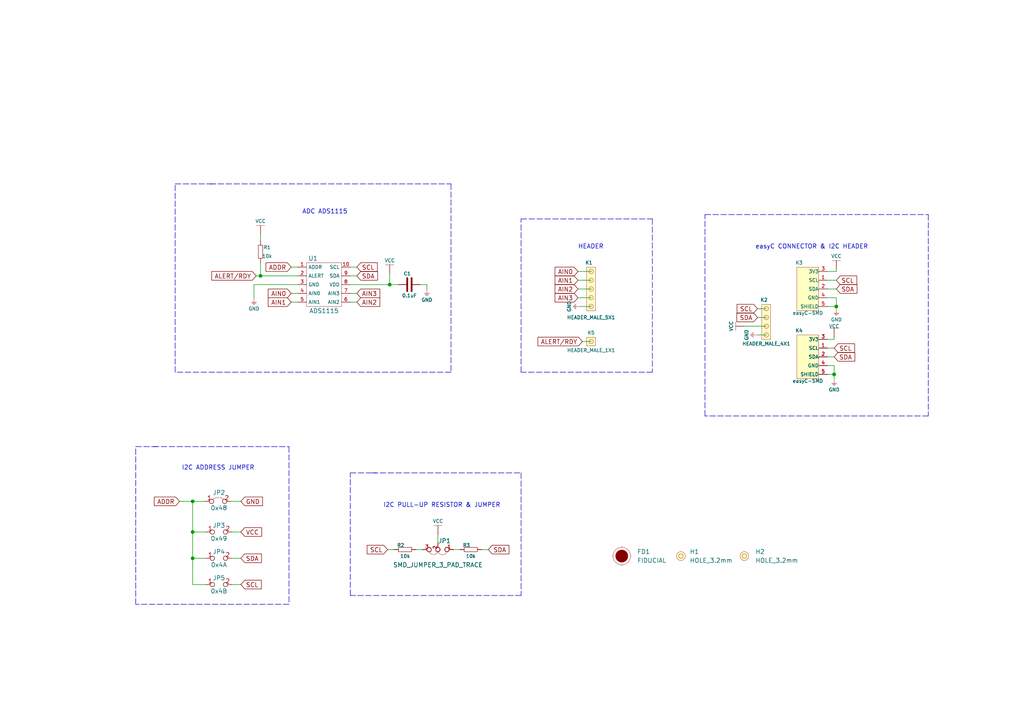
<source format=kicad_sch>
(kicad_sch (version 20210621) (generator eeschema)

  (uuid e17cdb65-091f-4382-af62-0b9fdd110fd6)

  (paper "A4")

  (title_block
    (title "4CH ADC breakout ADS1x15")
    (date "2021-07-01")
    (rev "V1.1.1.")
    (company "SOLDERED")
    (comment 1 "333094")
  )

  (lib_symbols
    (symbol "e-radionica.com schematics:0603C" (pin_numbers hide) (pin_names (offset 0.002)) (in_bom yes) (on_board yes)
      (property "Reference" "C" (id 0) (at -0.635 3.175 0)
        (effects (font (size 1 1)))
      )
      (property "Value" "0603C" (id 1) (at 0 -3.175 0)
        (effects (font (size 1 1)))
      )
      (property "Footprint" "e-radionica.com footprinti:0603C" (id 2) (at 0 0 0)
        (effects (font (size 1 1)) hide)
      )
      (property "Datasheet" "" (id 3) (at 0 0 0)
        (effects (font (size 1 1)) hide)
      )
      (symbol "0603C_0_1"
        (polyline
          (pts
            (xy -0.635 1.905)
            (xy -0.635 -1.905)
          )
          (stroke (width 0.5)) (fill (type none))
        )
        (polyline
          (pts
            (xy 0.635 1.905)
            (xy 0.635 -1.905)
          )
          (stroke (width 0.5)) (fill (type none))
        )
      )
      (symbol "0603C_1_1"
        (pin passive line (at -3.175 0 0) (length 2.54)
          (name "~" (effects (font (size 1.27 1.27))))
          (number "1" (effects (font (size 1.27 1.27))))
        )
        (pin passive line (at 3.175 0 180) (length 2.54)
          (name "~" (effects (font (size 1.27 1.27))))
          (number "2" (effects (font (size 1.27 1.27))))
        )
      )
    )
    (symbol "e-radionica.com schematics:0603R" (pin_numbers hide) (pin_names (offset 0.254)) (in_bom yes) (on_board yes)
      (property "Reference" "R" (id 0) (at -1.905 1.905 0)
        (effects (font (size 1 1)))
      )
      (property "Value" "0603R" (id 1) (at 0 -1.905 0)
        (effects (font (size 1 1)))
      )
      (property "Footprint" "e-radionica.com footprinti:0603R" (id 2) (at -0.635 1.905 0)
        (effects (font (size 1 1)) hide)
      )
      (property "Datasheet" "" (id 3) (at -0.635 1.905 0)
        (effects (font (size 1 1)) hide)
      )
      (symbol "0603R_0_1"
        (rectangle (start -1.905 -0.635) (end 1.905 -0.6604)
          (stroke (width 0.1)) (fill (type none))
        )
        (rectangle (start -1.905 0.635) (end -1.8796 -0.635)
          (stroke (width 0.1)) (fill (type none))
        )
        (rectangle (start -1.905 0.635) (end 1.905 0.6096)
          (stroke (width 0.1)) (fill (type none))
        )
        (rectangle (start 1.905 0.635) (end 1.9304 -0.635)
          (stroke (width 0.1)) (fill (type none))
        )
      )
      (symbol "0603R_1_1"
        (pin passive line (at -3.175 0 0) (length 1.27)
          (name "~" (effects (font (size 1.27 1.27))))
          (number "1" (effects (font (size 1.27 1.27))))
        )
        (pin passive line (at 3.175 0 180) (length 1.27)
          (name "~" (effects (font (size 1.27 1.27))))
          (number "2" (effects (font (size 1.27 1.27))))
        )
      )
    )
    (symbol "e-radionica.com schematics:ADS1115" (in_bom yes) (on_board yes)
      (property "Reference" "U" (id 0) (at 0 7.62 0)
        (effects (font (size 1.27 1.27)))
      )
      (property "Value" "ADS1115" (id 1) (at 0 -7.62 0)
        (effects (font (size 1.27 1.27)))
      )
      (property "Footprint" "e-radionica.com footprinti:VSSOP" (id 2) (at 0 0 0)
        (effects (font (size 1.27 1.27)) hide)
      )
      (property "Datasheet" "" (id 3) (at 0 0 0)
        (effects (font (size 1.27 1.27)) hide)
      )
      (symbol "ADS1115_0_1"
        (rectangle (start -5.08 6.35) (end 5.08 -6.35)
          (stroke (width 0.0006)) (fill (type none))
        )
      )
      (symbol "ADS1115_1_1"
        (pin input line (at -7.62 5.08 0) (length 2.54)
          (name "ADDR" (effects (font (size 1 1))))
          (number "1" (effects (font (size 1 1))))
        )
        (pin input line (at 7.62 5.08 180) (length 2.54)
          (name "SCL" (effects (font (size 1 1))))
          (number "10" (effects (font (size 1 1))))
        )
        (pin input line (at -7.62 2.54 0) (length 2.54)
          (name "ALERT" (effects (font (size 1 1))))
          (number "2" (effects (font (size 1 1))))
        )
        (pin passive line (at -7.62 0 0) (length 2.54)
          (name "GND" (effects (font (size 1 1))))
          (number "3" (effects (font (size 1 1))))
        )
        (pin input line (at -7.62 -2.54 0) (length 2.54)
          (name "AIN0" (effects (font (size 1 1))))
          (number "4" (effects (font (size 1 1))))
        )
        (pin input line (at -7.62 -5.08 0) (length 2.54)
          (name "AIN1" (effects (font (size 1 1))))
          (number "5" (effects (font (size 1 1))))
        )
        (pin input line (at 7.62 -5.08 180) (length 2.54)
          (name "AIN2" (effects (font (size 1 1))))
          (number "6" (effects (font (size 1 1))))
        )
        (pin input line (at 7.62 -2.54 180) (length 2.54)
          (name "AIN3" (effects (font (size 1 1))))
          (number "7" (effects (font (size 1 1))))
        )
        (pin input line (at 7.62 0 180) (length 2.54)
          (name "VDD" (effects (font (size 1 1))))
          (number "8" (effects (font (size 1 1))))
        )
        (pin input line (at 7.62 2.54 180) (length 2.54)
          (name "SDA" (effects (font (size 1 1))))
          (number "9" (effects (font (size 1 1))))
        )
      )
    )
    (symbol "e-radionica.com schematics:FIDUCIAL" (in_bom no) (on_board yes)
      (property "Reference" "FD" (id 0) (at 0 3.81 0)
        (effects (font (size 1.27 1.27)))
      )
      (property "Value" "FIDUCIAL" (id 1) (at 0 -3.81 0)
        (effects (font (size 1.27 1.27)))
      )
      (property "Footprint" "e-radionica.com footprinti:FIDUCIAL_23" (id 2) (at 0.254 -5.334 0)
        (effects (font (size 1.27 1.27)) hide)
      )
      (property "Datasheet" "" (id 3) (at 0 0 0)
        (effects (font (size 1.27 1.27)) hide)
      )
      (symbol "FIDUCIAL_0_1"
        (circle (center 0 0) (radius 2.54) (stroke (width 0.0006)) (fill (type none)))
        (circle (center 0 0) (radius 1.7961) (stroke (width 0.001)) (fill (type outline)))
        (polyline
          (pts
            (xy -2.54 0)
            (xy -2.794 0)
          )
          (stroke (width 0.0006)) (fill (type none))
        )
        (polyline
          (pts
            (xy 0 -2.54)
            (xy 0 -2.794)
          )
          (stroke (width 0.0006)) (fill (type none))
        )
        (polyline
          (pts
            (xy 0 2.54)
            (xy 0 2.794)
          )
          (stroke (width 0.0006)) (fill (type none))
        )
        (polyline
          (pts
            (xy 2.54 0)
            (xy 2.794 0)
          )
          (stroke (width 0.0006)) (fill (type none))
        )
      )
    )
    (symbol "e-radionica.com schematics:GND" (power) (pin_names (offset 0)) (in_bom yes) (on_board yes)
      (property "Reference" "#PWR" (id 0) (at 4.445 0 0)
        (effects (font (size 1 1)) hide)
      )
      (property "Value" "GND" (id 1) (at 0 -2.921 0)
        (effects (font (size 1 1)))
      )
      (property "Footprint" "" (id 2) (at 4.445 3.81 0)
        (effects (font (size 1 1)) hide)
      )
      (property "Datasheet" "" (id 3) (at 4.445 3.81 0)
        (effects (font (size 1 1)) hide)
      )
      (property "ki_keywords" "power-flag" (id 4) (at 0 0 0)
        (effects (font (size 1.27 1.27)) hide)
      )
      (property "ki_description" "Power symbol creates a global label with name \"+3V3\"" (id 5) (at 0 0 0)
        (effects (font (size 1.27 1.27)) hide)
      )
      (symbol "GND_0_1"
        (polyline
          (pts
            (xy -0.762 -1.27)
            (xy 0.762 -1.27)
          )
          (stroke (width 0.0006)) (fill (type none))
        )
        (polyline
          (pts
            (xy -0.635 -1.524)
            (xy 0.635 -1.524)
          )
          (stroke (width 0.0006)) (fill (type none))
        )
        (polyline
          (pts
            (xy -0.381 -1.778)
            (xy 0.381 -1.778)
          )
          (stroke (width 0.0006)) (fill (type none))
        )
        (polyline
          (pts
            (xy -0.127 -2.032)
            (xy 0.127 -2.032)
          )
          (stroke (width 0.0006)) (fill (type none))
        )
        (polyline
          (pts
            (xy 0 0)
            (xy 0 -1.27)
          )
          (stroke (width 0.0006)) (fill (type none))
        )
      )
      (symbol "GND_1_1"
        (pin power_in line (at 0 0 270) (length 0) hide
          (name "GND" (effects (font (size 1.27 1.27))))
          (number "1" (effects (font (size 1.27 1.27))))
        )
      )
    )
    (symbol "e-radionica.com schematics:HEADER_MALE_1X1" (pin_numbers hide) (pin_names hide) (in_bom yes) (on_board yes)
      (property "Reference" "K" (id 0) (at -0.635 2.54 0)
        (effects (font (size 1 1)))
      )
      (property "Value" "HEADER_MALE_1X1" (id 1) (at 0 -2.54 0)
        (effects (font (size 1 1)))
      )
      (property "Footprint" "e-radionica.com footprinti:HEADER_MALE_1X1" (id 2) (at 0 0 0)
        (effects (font (size 1 1)) hide)
      )
      (property "Datasheet" "" (id 3) (at 0 0 0)
        (effects (font (size 1 1)) hide)
      )
      (symbol "HEADER_MALE_1X1_0_1"
        (circle (center 0 0) (radius 0.635) (stroke (width 0.0006)) (fill (type none)))
        (rectangle (start -1.27 1.27) (end 1.27 -1.27)
          (stroke (width 0.001)) (fill (type background))
        )
      )
      (symbol "HEADER_MALE_1X1_1_1"
        (pin passive line (at 0 0 180) (length 0)
          (name "~" (effects (font (size 1 1))))
          (number "1" (effects (font (size 1 1))))
        )
      )
    )
    (symbol "e-radionica.com schematics:HEADER_MALE_4X1" (pin_numbers hide) (pin_names hide) (in_bom yes) (on_board yes)
      (property "Reference" "K" (id 0) (at -0.635 7.62 0)
        (effects (font (size 1 1)))
      )
      (property "Value" "HEADER_MALE_4X1" (id 1) (at 0 -5.08 0)
        (effects (font (size 1 1)))
      )
      (property "Footprint" "e-radionica.com footprinti:HEADER_MALE_4X1" (id 2) (at 0 -2.54 0)
        (effects (font (size 1 1)) hide)
      )
      (property "Datasheet" "" (id 3) (at 0 -2.54 0)
        (effects (font (size 1 1)) hide)
      )
      (symbol "HEADER_MALE_4X1_0_1"
        (circle (center 0 -2.54) (radius 0.635) (stroke (width 0.0006)) (fill (type none)))
        (circle (center 0 0) (radius 0.635) (stroke (width 0.0006)) (fill (type none)))
        (circle (center 0 2.54) (radius 0.635) (stroke (width 0.0006)) (fill (type none)))
        (circle (center 0 5.08) (radius 0.635) (stroke (width 0.0006)) (fill (type none)))
        (rectangle (start 1.27 -3.81) (end -1.27 6.35)
          (stroke (width 0.001)) (fill (type background))
        )
      )
      (symbol "HEADER_MALE_4X1_1_1"
        (pin passive line (at 0 -2.54 180) (length 0)
          (name "~" (effects (font (size 1 1))))
          (number "1" (effects (font (size 1 1))))
        )
        (pin passive line (at 0 0 180) (length 0)
          (name "~" (effects (font (size 1 1))))
          (number "2" (effects (font (size 1 1))))
        )
        (pin passive line (at 0 2.54 180) (length 0)
          (name "~" (effects (font (size 1 1))))
          (number "3" (effects (font (size 1 1))))
        )
        (pin passive line (at 0 5.08 180) (length 0)
          (name "~" (effects (font (size 1 1))))
          (number "4" (effects (font (size 1 1))))
        )
      )
    )
    (symbol "e-radionica.com schematics:HEADER_MALE_5X1" (pin_numbers hide) (pin_names hide) (in_bom yes) (on_board yes)
      (property "Reference" "K" (id 0) (at -0.635 7.62 0)
        (effects (font (size 1 1)))
      )
      (property "Value" "HEADER_MALE_5X1" (id 1) (at 0.635 -7.62 0)
        (effects (font (size 1 1)))
      )
      (property "Footprint" "e-radionica.com footprinti:HEADER_MALE_5X1" (id 2) (at 0 0 0)
        (effects (font (size 1 1)) hide)
      )
      (property "Datasheet" "" (id 3) (at 0 0 0)
        (effects (font (size 1 1)) hide)
      )
      (symbol "HEADER_MALE_5X1_0_1"
        (circle (center 0 -5.08) (radius 0.635) (stroke (width 0.0006)) (fill (type none)))
        (circle (center 0 -2.54) (radius 0.635) (stroke (width 0.0006)) (fill (type none)))
        (circle (center 0 0) (radius 0.635) (stroke (width 0.0006)) (fill (type none)))
        (circle (center 0 2.54) (radius 0.635) (stroke (width 0.0006)) (fill (type none)))
        (circle (center 0 5.08) (radius 0.635) (stroke (width 0.0006)) (fill (type none)))
        (rectangle (start -1.27 6.35) (end 1.27 -6.35)
          (stroke (width 0.001)) (fill (type background))
        )
      )
      (symbol "HEADER_MALE_5X1_1_1"
        (pin passive line (at 0 -5.08 180) (length 0)
          (name "~" (effects (font (size 1 1))))
          (number "1" (effects (font (size 1 1))))
        )
        (pin passive line (at 0 -2.54 180) (length 0)
          (name "~" (effects (font (size 1 1))))
          (number "2" (effects (font (size 1 1))))
        )
        (pin passive line (at 0 0 180) (length 0)
          (name "~" (effects (font (size 1 1))))
          (number "3" (effects (font (size 1 1))))
        )
        (pin passive line (at 0 2.54 180) (length 0)
          (name "~" (effects (font (size 1 1))))
          (number "4" (effects (font (size 1 1))))
        )
        (pin passive line (at 0 5.08 180) (length 0)
          (name "~" (effects (font (size 0.991 0.991))))
          (number "5" (effects (font (size 0.991 0.991))))
        )
      )
    )
    (symbol "e-radionica.com schematics:HOLE_3.2mm" (pin_numbers hide) (pin_names hide) (in_bom yes) (on_board yes)
      (property "Reference" "H" (id 0) (at 0 2.54 0)
        (effects (font (size 1.27 1.27)))
      )
      (property "Value" "HOLE_3.2mm" (id 1) (at 0 -2.54 0)
        (effects (font (size 1.27 1.27)))
      )
      (property "Footprint" "e-radionica.com footprinti:HOLE_3.2mm" (id 2) (at 0 0 0)
        (effects (font (size 1.27 1.27)) hide)
      )
      (property "Datasheet" "" (id 3) (at 0 0 0)
        (effects (font (size 1.27 1.27)) hide)
      )
      (symbol "HOLE_3.2mm_0_1"
        (circle (center 0 0) (radius 0.635) (stroke (width 0.0006)) (fill (type none)))
        (circle (center 0 0) (radius 1.27) (stroke (width 0.001)) (fill (type background)))
      )
    )
    (symbol "e-radionica.com schematics:SMD-JUMPER-CONNECTED" (in_bom yes) (on_board yes)
      (property "Reference" "JP" (id 0) (at 0 3.556 0)
        (effects (font (size 1.27 1.27)))
      )
      (property "Value" "SMD-JUMPER-CONNECTED" (id 1) (at 0 -2.54 0)
        (effects (font (size 1.27 1.27)))
      )
      (property "Footprint" "e-radionica.com footprinti:SMD_JUMPER_CONNECTED" (id 2) (at 0 0 0)
        (effects (font (size 1.27 1.27)) hide)
      )
      (property "Datasheet" "" (id 3) (at 0 0 0)
        (effects (font (size 1.27 1.27)) hide)
      )
      (symbol "SMD-JUMPER-CONNECTED_0_1"
        (arc (start -1.8034 0.5588) (end 1.397 0.5842) (radius (at -0.1875 -1.4124) (length 2.5489) (angles 129.3 51.6))
          (stroke (width 0.0006)) (fill (type none))
        )
      )
      (symbol "SMD-JUMPER-CONNECTED_1_1"
        (pin passive inverted (at -4.064 0 0) (length 2.54)
          (name "" (effects (font (size 1.27 1.27))))
          (number "1" (effects (font (size 1.27 1.27))))
        )
        (pin passive inverted (at 3.556 0 180) (length 2.54)
          (name "" (effects (font (size 1.27 1.27))))
          (number "2" (effects (font (size 1.27 1.27))))
        )
      )
    )
    (symbol "e-radionica.com schematics:SMD_JUMPER" (in_bom yes) (on_board yes)
      (property "Reference" "JP" (id 0) (at 0 1.397 0)
        (effects (font (size 1.27 1.27)))
      )
      (property "Value" "SMD_JUMPER" (id 1) (at 0.508 -3.048 0)
        (effects (font (size 1.27 1.27)))
      )
      (property "Footprint" "e-radionica.com footprinti:SMD_JUMPER" (id 2) (at 0 0 0)
        (effects (font (size 1.27 1.27)) hide)
      )
      (property "Datasheet" "" (id 3) (at 0 0 0)
        (effects (font (size 1.27 1.27)) hide)
      )
      (symbol "SMD_JUMPER_1_1"
        (pin passive inverted (at -3.81 0 0) (length 2.54)
          (name "" (effects (font (size 1.27 1.27))))
          (number "1" (effects (font (size 1.27 1.27))))
        )
        (pin passive inverted (at 3.81 0 180) (length 2.54)
          (name "" (effects (font (size 1.27 1.27))))
          (number "2" (effects (font (size 1.27 1.27))))
        )
      )
    )
    (symbol "e-radionica.com schematics:SMD_JUMPER_3_PAD_TRACE" (in_bom yes) (on_board yes)
      (property "Reference" "JP" (id 0) (at 0.0254 5.461 0)
        (effects (font (size 1.27 1.27)))
      )
      (property "Value" "SMD_JUMPER_3_PAD_TRACE" (id 1) (at 0.3048 -4.572 0)
        (effects (font (size 1.27 1.27)))
      )
      (property "Footprint" "e-radionica.com footprinti:SMD_JUMPER_3_PAD_TRACE" (id 2) (at 0 -1.27 0)
        (effects (font (size 1.27 1.27)) hide)
      )
      (property "Datasheet" "" (id 3) (at 0 0 0)
        (effects (font (size 1.27 1.27)) hide)
      )
      (symbol "SMD_JUMPER_3_PAD_TRACE_0_1"
        (arc (start -2.6162 0.6096) (end 0 0.5842) (radius (at -1.3133 0.057) (length 1.4152) (angles 157 21.9))
          (stroke (width 0.0006)) (fill (type none))
        )
        (arc (start 0 0.6096) (end 2.5908 0.6604) (radius (at 1.308 -0.0085) (length 1.4467) (angles 154.7 27.5))
          (stroke (width 0.0006)) (fill (type none))
        )
      )
      (symbol "SMD_JUMPER_3_PAD_TRACE_1_1"
        (pin passive inverted (at -4.5212 -0.0254 0) (length 2.54)
          (name "" (effects (font (size 1 1))))
          (number "1" (effects (font (size 1 1))))
        )
        (pin passive inverted (at 0.0254 -1.9304 90) (length 2.54)
          (name "" (effects (font (size 1 1))))
          (number "2" (effects (font (size 1 1))))
        )
        (pin passive inverted (at 4.4704 0 180) (length 2.54)
          (name "" (effects (font (size 1 1))))
          (number "3" (effects (font (size 1 1))))
        )
      )
    )
    (symbol "e-radionica.com schematics:VCC" (power) (pin_names (offset 0)) (in_bom yes) (on_board yes)
      (property "Reference" "#PWR" (id 0) (at 4.445 0 0)
        (effects (font (size 1 1)) hide)
      )
      (property "Value" "VCC" (id 1) (at 0 3.556 0)
        (effects (font (size 1 1)))
      )
      (property "Footprint" "" (id 2) (at 4.445 3.81 0)
        (effects (font (size 1 1)) hide)
      )
      (property "Datasheet" "" (id 3) (at 4.445 3.81 0)
        (effects (font (size 1 1)) hide)
      )
      (property "ki_keywords" "power-flag" (id 4) (at 0 0 0)
        (effects (font (size 1.27 1.27)) hide)
      )
      (property "ki_description" "Power symbol creates a global label with name \"+3V3\"" (id 5) (at 0 0 0)
        (effects (font (size 1.27 1.27)) hide)
      )
      (symbol "VCC_0_1"
        (polyline
          (pts
            (xy -1.27 2.54)
            (xy 1.27 2.54)
          )
          (stroke (width 0.0006)) (fill (type none))
        )
        (polyline
          (pts
            (xy 0 0)
            (xy 0 2.54)
          )
          (stroke (width 0)) (fill (type none))
        )
      )
      (symbol "VCC_1_1"
        (pin power_in line (at 0 0 90) (length 0) hide
          (name "VCC" (effects (font (size 1.27 1.27))))
          (number "1" (effects (font (size 1.27 1.27))))
        )
      )
    )
    (symbol "e-radionica.com schematics:easyC-SMD" (pin_names (offset 0.002)) (in_bom yes) (on_board yes)
      (property "Reference" "K" (id 0) (at -2.54 10.16 0)
        (effects (font (size 1 1)))
      )
      (property "Value" "easyC-SMD" (id 1) (at 0 -5.08 0)
        (effects (font (size 1 1)))
      )
      (property "Footprint" "e-radionica.com footprinti:easyC-connector" (id 2) (at 3.175 2.54 0)
        (effects (font (size 1 1)) hide)
      )
      (property "Datasheet" "" (id 3) (at 3.175 2.54 0)
        (effects (font (size 1 1)) hide)
      )
      (symbol "easyC-SMD_0_1"
        (rectangle (start -3.175 8.89) (end 3.175 -3.81)
          (stroke (width 0.001)) (fill (type background))
        )
      )
      (symbol "easyC-SMD_1_1"
        (pin passive line (at 5.715 5.08 180) (length 2.54)
          (name "SCL" (effects (font (size 1 1))))
          (number "1" (effects (font (size 1 1))))
        )
        (pin passive line (at 5.715 2.54 180) (length 2.54)
          (name "SDA" (effects (font (size 1 1))))
          (number "2" (effects (font (size 1 1))))
        )
        (pin passive line (at 5.715 7.62 180) (length 2.54)
          (name "3V3" (effects (font (size 1 1))))
          (number "3" (effects (font (size 1 1))))
        )
        (pin passive line (at 5.715 0 180) (length 2.54)
          (name "GND" (effects (font (size 1 1))))
          (number "4" (effects (font (size 1 1))))
        )
        (pin passive line (at 5.715 -2.54 180) (length 2.54)
          (name "SHIELD" (effects (font (size 1 1))))
          (number "5" (effects (font (size 1 1))))
        )
      )
    )
  )

  (junction (at 55.88 145.415) (diameter 0.9144) (color 0 0 0 0))
  (junction (at 55.88 154.305) (diameter 0.9144) (color 0 0 0 0))
  (junction (at 55.88 161.925) (diameter 0.9144) (color 0 0 0 0))
  (junction (at 75.565 80.01) (diameter 0.9144) (color 0 0 0 0))
  (junction (at 113.03 82.55) (diameter 0.9144) (color 0 0 0 0))
  (junction (at 241.935 108.585) (diameter 0.9144) (color 0 0 0 0))
  (junction (at 242.57 88.9) (diameter 0.9144) (color 0 0 0 0))

  (wire (pts (xy 52.07 145.415) (xy 55.88 145.415))
    (stroke (width 0) (type solid) (color 0 0 0 0))
    (uuid 1663494e-5b3d-4e4e-8707-a49bc6e22929)
  )
  (wire (pts (xy 55.88 145.415) (xy 55.88 154.305))
    (stroke (width 0) (type solid) (color 0 0 0 0))
    (uuid 64b836ba-4412-40a2-b512-23a3e9b56374)
  )
  (wire (pts (xy 55.88 145.415) (xy 59.436 145.415))
    (stroke (width 0) (type solid) (color 0 0 0 0))
    (uuid 1663494e-5b3d-4e4e-8707-a49bc6e22929)
  )
  (wire (pts (xy 55.88 154.305) (xy 55.88 161.925))
    (stroke (width 0) (type solid) (color 0 0 0 0))
    (uuid 64b836ba-4412-40a2-b512-23a3e9b56374)
  )
  (wire (pts (xy 55.88 161.925) (xy 55.88 169.545))
    (stroke (width 0) (type solid) (color 0 0 0 0))
    (uuid 64b836ba-4412-40a2-b512-23a3e9b56374)
  )
  (wire (pts (xy 55.88 161.925) (xy 59.69 161.925))
    (stroke (width 0) (type solid) (color 0 0 0 0))
    (uuid a93cab90-ce55-47f3-9b67-8fe9854e48ab)
  )
  (wire (pts (xy 59.69 154.305) (xy 55.88 154.305))
    (stroke (width 0) (type solid) (color 0 0 0 0))
    (uuid b5de103f-d8a5-4944-832f-ef6e36109150)
  )
  (wire (pts (xy 59.69 169.545) (xy 55.88 169.545))
    (stroke (width 0) (type solid) (color 0 0 0 0))
    (uuid 64b836ba-4412-40a2-b512-23a3e9b56374)
  )
  (wire (pts (xy 67.056 145.415) (xy 69.85 145.415))
    (stroke (width 0) (type solid) (color 0 0 0 0))
    (uuid 99454d0b-0afd-42fe-ac16-26d90acad37f)
  )
  (wire (pts (xy 67.31 154.305) (xy 69.85 154.305))
    (stroke (width 0) (type solid) (color 0 0 0 0))
    (uuid b4b5e1e2-bc93-45e0-a7b2-4b1b6b6f978a)
  )
  (wire (pts (xy 67.31 161.925) (xy 69.85 161.925))
    (stroke (width 0) (type solid) (color 0 0 0 0))
    (uuid 083d2c4e-b8ff-405f-9de6-427db5a5a6a8)
  )
  (wire (pts (xy 67.31 169.545) (xy 69.85 169.545))
    (stroke (width 0) (type solid) (color 0 0 0 0))
    (uuid c64d3032-2293-4636-97f2-804885b47920)
  )
  (wire (pts (xy 73.66 82.55) (xy 73.66 86.36))
    (stroke (width 0) (type solid) (color 0 0 0 0))
    (uuid 63067bd3-1597-445f-9e9c-9850b15909bf)
  )
  (wire (pts (xy 74.295 80.01) (xy 75.565 80.01))
    (stroke (width 0) (type solid) (color 0 0 0 0))
    (uuid e14ea2d1-e562-4e13-95d0-c6228acf1462)
  )
  (wire (pts (xy 75.565 67.945) (xy 75.565 69.85))
    (stroke (width 0) (type solid) (color 0 0 0 0))
    (uuid c9f38f37-4cb1-461b-9381-2ecdeb1f7bd2)
  )
  (wire (pts (xy 75.565 76.2) (xy 75.565 80.01))
    (stroke (width 0) (type solid) (color 0 0 0 0))
    (uuid 877318da-7a69-4c04-952a-4b566c44079b)
  )
  (wire (pts (xy 75.565 80.01) (xy 86.36 80.01))
    (stroke (width 0) (type solid) (color 0 0 0 0))
    (uuid 877318da-7a69-4c04-952a-4b566c44079b)
  )
  (wire (pts (xy 84.455 77.47) (xy 86.36 77.47))
    (stroke (width 0) (type solid) (color 0 0 0 0))
    (uuid 1fe15357-3b7c-41a6-a872-ad1318d67d57)
  )
  (wire (pts (xy 84.455 85.09) (xy 86.36 85.09))
    (stroke (width 0) (type solid) (color 0 0 0 0))
    (uuid 80815e22-a489-424c-9b99-581a102e46ff)
  )
  (wire (pts (xy 84.455 87.63) (xy 86.36 87.63))
    (stroke (width 0) (type solid) (color 0 0 0 0))
    (uuid c9992829-785f-477f-b0a3-057e38cd3112)
  )
  (wire (pts (xy 86.36 82.55) (xy 73.66 82.55))
    (stroke (width 0) (type solid) (color 0 0 0 0))
    (uuid 63067bd3-1597-445f-9e9c-9850b15909bf)
  )
  (wire (pts (xy 101.6 77.47) (xy 103.505 77.47))
    (stroke (width 0) (type solid) (color 0 0 0 0))
    (uuid 1e4d3047-3509-4a30-95cd-3e57cd622583)
  )
  (wire (pts (xy 101.6 80.01) (xy 103.505 80.01))
    (stroke (width 0) (type solid) (color 0 0 0 0))
    (uuid 13b7ae0b-da45-452e-a91e-208245b2b6ce)
  )
  (wire (pts (xy 101.6 82.55) (xy 113.03 82.55))
    (stroke (width 0) (type solid) (color 0 0 0 0))
    (uuid c28eea14-b547-4367-9074-ce1c31618083)
  )
  (wire (pts (xy 101.6 85.09) (xy 103.505 85.09))
    (stroke (width 0) (type solid) (color 0 0 0 0))
    (uuid c7f5f7a8-b811-4178-8cd3-35bb232d7788)
  )
  (wire (pts (xy 101.6 87.63) (xy 103.505 87.63))
    (stroke (width 0) (type solid) (color 0 0 0 0))
    (uuid 51495dd7-d35d-4a40-a9fe-c9caada89762)
  )
  (wire (pts (xy 112.4204 159.4104) (xy 114.3254 159.4104))
    (stroke (width 0) (type solid) (color 0 0 0 0))
    (uuid 8b18c55c-f602-4cd0-adaa-b35fe3359e0f)
  )
  (wire (pts (xy 113.03 82.55) (xy 113.03 79.375))
    (stroke (width 0) (type solid) (color 0 0 0 0))
    (uuid c28eea14-b547-4367-9074-ce1c31618083)
  )
  (wire (pts (xy 113.03 82.55) (xy 115.57 82.55))
    (stroke (width 0) (type solid) (color 0 0 0 0))
    (uuid 00888161-d2e2-4aec-a1e7-348bdb3d8c1e)
  )
  (wire (pts (xy 120.6754 159.4104) (xy 122.555 159.4104))
    (stroke (width 0) (type solid) (color 0 0 0 0))
    (uuid 657a3c1f-2cbd-4c5f-b1ec-df589baadf2d)
  )
  (wire (pts (xy 121.92 82.55) (xy 123.825 82.55))
    (stroke (width 0) (type solid) (color 0 0 0 0))
    (uuid de17b686-ba5e-4e55-9486-b2619cc6a9ae)
  )
  (wire (pts (xy 123.825 82.55) (xy 123.825 83.82))
    (stroke (width 0) (type solid) (color 0 0 0 0))
    (uuid de17b686-ba5e-4e55-9486-b2619cc6a9ae)
  )
  (wire (pts (xy 127 154.9654) (xy 127.0254 154.9654))
    (stroke (width 0) (type solid) (color 0 0 0 0))
    (uuid 2bcdecb2-c002-4c62-8874-4da36bfa573c)
  )
  (wire (pts (xy 127 157.48) (xy 127 154.9654))
    (stroke (width 0) (type solid) (color 0 0 0 0))
    (uuid 2bcdecb2-c002-4c62-8874-4da36bfa573c)
  )
  (wire (pts (xy 131.5466 159.385) (xy 133.3754 159.385))
    (stroke (width 0) (type solid) (color 0 0 0 0))
    (uuid a3ffe5e0-c96c-466c-a36c-1513bee0bcbc)
  )
  (wire (pts (xy 133.3754 159.385) (xy 133.3754 159.4104))
    (stroke (width 0) (type solid) (color 0 0 0 0))
    (uuid a3ffe5e0-c96c-466c-a36c-1513bee0bcbc)
  )
  (wire (pts (xy 139.7254 159.4104) (xy 141.6304 159.4104))
    (stroke (width 0) (type solid) (color 0 0 0 0))
    (uuid fe6ad530-d3e8-4a9b-b2fb-23bf9c0fcfe5)
  )
  (wire (pts (xy 167.64 78.74) (xy 171.45 78.74))
    (stroke (width 0) (type solid) (color 0 0 0 0))
    (uuid c334a052-2d49-4875-904c-0b86e77b4c41)
  )
  (wire (pts (xy 167.64 81.28) (xy 171.45 81.28))
    (stroke (width 0) (type solid) (color 0 0 0 0))
    (uuid 5efea259-04bd-4c83-b25f-46a71645f5d7)
  )
  (wire (pts (xy 167.64 83.82) (xy 171.45 83.82))
    (stroke (width 0) (type solid) (color 0 0 0 0))
    (uuid e5dc66ea-6117-4b78-b8db-9bd944bdb709)
  )
  (wire (pts (xy 167.64 86.36) (xy 171.45 86.36))
    (stroke (width 0) (type solid) (color 0 0 0 0))
    (uuid 37c232be-bd7a-4492-9ceb-436c37913d4c)
  )
  (wire (pts (xy 168.275 88.9) (xy 171.45 88.9))
    (stroke (width 0) (type solid) (color 0 0 0 0))
    (uuid d3080210-5601-407d-9b19-b35a03c216f5)
  )
  (wire (pts (xy 168.91 99.06) (xy 171.45 99.06))
    (stroke (width 0) (type solid) (color 0 0 0 0))
    (uuid b975adce-5316-4a5f-8311-3fa5cecdf4ad)
  )
  (wire (pts (xy 215.9 94.615) (xy 222.25 94.615))
    (stroke (width 0) (type solid) (color 0 0 0 0))
    (uuid 5d7a767e-f9ef-488f-b395-82232c6218cc)
  )
  (wire (pts (xy 219.71 89.535) (xy 222.25 89.535))
    (stroke (width 0) (type solid) (color 0 0 0 0))
    (uuid dc172165-4b07-4cbd-b920-9229d9c59c23)
  )
  (wire (pts (xy 219.71 92.075) (xy 222.25 92.075))
    (stroke (width 0) (type solid) (color 0 0 0 0))
    (uuid 6d48b2e7-46b0-40c6-981e-830f97cbcf2a)
  )
  (wire (pts (xy 219.71 97.155) (xy 222.25 97.155))
    (stroke (width 0) (type solid) (color 0 0 0 0))
    (uuid cc19a74e-c19e-4b8b-86c4-d1e51c0193c3)
  )
  (wire (pts (xy 240.03 78.74) (xy 242.57 78.74))
    (stroke (width 0) (type solid) (color 0 0 0 0))
    (uuid b401fc24-11df-4c76-8644-37029d6d432b)
  )
  (wire (pts (xy 240.03 81.28) (xy 242.57 81.28))
    (stroke (width 0) (type solid) (color 0 0 0 0))
    (uuid 1be6da71-c823-4782-8a0d-a2da8cd3e8e1)
  )
  (wire (pts (xy 240.03 83.82) (xy 242.57 83.82))
    (stroke (width 0) (type solid) (color 0 0 0 0))
    (uuid 9ab361df-d69b-4aa1-992d-ccbf710934af)
  )
  (wire (pts (xy 240.03 86.36) (xy 242.57 86.36))
    (stroke (width 0) (type solid) (color 0 0 0 0))
    (uuid eff70b11-ce07-4fdc-b431-7712e0a6901b)
  )
  (wire (pts (xy 240.03 88.9) (xy 242.57 88.9))
    (stroke (width 0) (type solid) (color 0 0 0 0))
    (uuid 526db69c-a2ab-44d0-9bf3-d59f2eff26de)
  )
  (wire (pts (xy 240.03 98.425) (xy 241.935 98.425))
    (stroke (width 0) (type solid) (color 0 0 0 0))
    (uuid 2862acb4-cf63-4c76-a15e-a5e8f8d6657f)
  )
  (wire (pts (xy 240.03 100.965) (xy 241.935 100.965))
    (stroke (width 0) (type solid) (color 0 0 0 0))
    (uuid 38ff7e07-dd1c-4c1d-b65b-9b1dc6ef4253)
  )
  (wire (pts (xy 240.03 103.505) (xy 241.935 103.505))
    (stroke (width 0) (type solid) (color 0 0 0 0))
    (uuid 0e17d909-0c96-4d12-a2b6-ef5a679e3327)
  )
  (wire (pts (xy 240.03 106.045) (xy 241.935 106.045))
    (stroke (width 0) (type solid) (color 0 0 0 0))
    (uuid 23af1255-838d-4897-ab91-4e1632540561)
  )
  (wire (pts (xy 240.03 108.585) (xy 241.935 108.585))
    (stroke (width 0) (type solid) (color 0 0 0 0))
    (uuid 2b93b45e-6615-4795-9af9-8a3efd054961)
  )
  (wire (pts (xy 241.935 98.425) (xy 241.935 97.79))
    (stroke (width 0) (type solid) (color 0 0 0 0))
    (uuid 2862acb4-cf63-4c76-a15e-a5e8f8d6657f)
  )
  (wire (pts (xy 241.935 106.045) (xy 241.935 108.585))
    (stroke (width 0) (type solid) (color 0 0 0 0))
    (uuid 23af1255-838d-4897-ab91-4e1632540561)
  )
  (wire (pts (xy 241.935 108.585) (xy 241.935 109.855))
    (stroke (width 0) (type solid) (color 0 0 0 0))
    (uuid 23af1255-838d-4897-ab91-4e1632540561)
  )
  (wire (pts (xy 242.57 78.74) (xy 242.57 78.105))
    (stroke (width 0) (type solid) (color 0 0 0 0))
    (uuid b401fc24-11df-4c76-8644-37029d6d432b)
  )
  (wire (pts (xy 242.57 86.36) (xy 242.57 88.9))
    (stroke (width 0) (type solid) (color 0 0 0 0))
    (uuid eff70b11-ce07-4fdc-b431-7712e0a6901b)
  )
  (wire (pts (xy 242.57 88.9) (xy 242.57 89.535))
    (stroke (width 0) (type solid) (color 0 0 0 0))
    (uuid eff70b11-ce07-4fdc-b431-7712e0a6901b)
  )
  (polyline (pts (xy 39.37 129.54) (xy 45.72 129.54))
    (stroke (width 0) (type dash) (color 0 0 0 0))
    (uuid 4dc4975c-3981-41af-84c2-4fdc500439de)
  )
  (polyline (pts (xy 39.37 175.26) (xy 39.37 129.54))
    (stroke (width 0) (type dash) (color 0 0 0 0))
    (uuid 4dc4975c-3981-41af-84c2-4fdc500439de)
  )
  (polyline (pts (xy 44.45 129.54) (xy 83.82 129.54))
    (stroke (width 0) (type dash) (color 0 0 0 0))
    (uuid 4dc4975c-3981-41af-84c2-4fdc500439de)
  )
  (polyline (pts (xy 50.8 53.34) (xy 62.23 53.34))
    (stroke (width 0) (type dash) (color 0 0 0 0))
    (uuid 3d6dd0e9-ca88-4363-9072-69ee97ca957d)
  )
  (polyline (pts (xy 50.8 107.95) (xy 50.8 53.34))
    (stroke (width 0) (type dash) (color 0 0 0 0))
    (uuid 3d6dd0e9-ca88-4363-9072-69ee97ca957d)
  )
  (polyline (pts (xy 60.96 53.34) (xy 130.81 53.34))
    (stroke (width 0) (type dash) (color 0 0 0 0))
    (uuid 3d6dd0e9-ca88-4363-9072-69ee97ca957d)
  )
  (polyline (pts (xy 83.82 129.54) (xy 83.82 175.26))
    (stroke (width 0) (type dash) (color 0 0 0 0))
    (uuid 4dc4975c-3981-41af-84c2-4fdc500439de)
  )
  (polyline (pts (xy 83.82 175.26) (xy 39.37 175.26))
    (stroke (width 0) (type dash) (color 0 0 0 0))
    (uuid 4dc4975c-3981-41af-84c2-4fdc500439de)
  )
  (polyline (pts (xy 101.6 137.16) (xy 109.22 137.16))
    (stroke (width 0) (type dash) (color 0 0 0 0))
    (uuid 087f6c61-bc5a-472d-8316-7f358529e41b)
  )
  (polyline (pts (xy 101.6 172.72) (xy 101.6 137.16))
    (stroke (width 0) (type dash) (color 0 0 0 0))
    (uuid 087f6c61-bc5a-472d-8316-7f358529e41b)
  )
  (polyline (pts (xy 107.95 137.16) (xy 151.13 137.16))
    (stroke (width 0) (type dash) (color 0 0 0 0))
    (uuid 087f6c61-bc5a-472d-8316-7f358529e41b)
  )
  (polyline (pts (xy 130.81 53.34) (xy 130.81 107.95))
    (stroke (width 0) (type dash) (color 0 0 0 0))
    (uuid 3d6dd0e9-ca88-4363-9072-69ee97ca957d)
  )
  (polyline (pts (xy 130.81 107.95) (xy 50.8 107.95))
    (stroke (width 0) (type dash) (color 0 0 0 0))
    (uuid 3d6dd0e9-ca88-4363-9072-69ee97ca957d)
  )
  (polyline (pts (xy 151.13 63.5) (xy 189.23 63.5))
    (stroke (width 0) (type dash) (color 0 0 0 0))
    (uuid 50da39a4-9278-4a5f-bad2-134fc6853a74)
  )
  (polyline (pts (xy 151.13 107.95) (xy 151.13 63.5))
    (stroke (width 0) (type dash) (color 0 0 0 0))
    (uuid 50da39a4-9278-4a5f-bad2-134fc6853a74)
  )
  (polyline (pts (xy 151.13 137.16) (xy 151.13 172.72))
    (stroke (width 0) (type dash) (color 0 0 0 0))
    (uuid 087f6c61-bc5a-472d-8316-7f358529e41b)
  )
  (polyline (pts (xy 151.13 172.72) (xy 101.6 172.72))
    (stroke (width 0) (type dash) (color 0 0 0 0))
    (uuid 087f6c61-bc5a-472d-8316-7f358529e41b)
  )
  (polyline (pts (xy 189.23 63.5) (xy 189.23 107.95))
    (stroke (width 0) (type dash) (color 0 0 0 0))
    (uuid 50da39a4-9278-4a5f-bad2-134fc6853a74)
  )
  (polyline (pts (xy 189.23 107.95) (xy 151.13 107.95))
    (stroke (width 0) (type dash) (color 0 0 0 0))
    (uuid 50da39a4-9278-4a5f-bad2-134fc6853a74)
  )
  (polyline (pts (xy 204.47 62.23) (xy 269.24 62.23))
    (stroke (width 0) (type dash) (color 0 0 0 0))
    (uuid eae67ba7-cdbf-4f38-88a2-d55949ab1ca8)
  )
  (polyline (pts (xy 204.47 120.65) (xy 204.47 62.23))
    (stroke (width 0) (type dash) (color 0 0 0 0))
    (uuid eae67ba7-cdbf-4f38-88a2-d55949ab1ca8)
  )
  (polyline (pts (xy 269.24 62.23) (xy 269.24 120.65))
    (stroke (width 0) (type dash) (color 0 0 0 0))
    (uuid eae67ba7-cdbf-4f38-88a2-d55949ab1ca8)
  )
  (polyline (pts (xy 269.24 120.65) (xy 204.47 120.65))
    (stroke (width 0) (type dash) (color 0 0 0 0))
    (uuid eae67ba7-cdbf-4f38-88a2-d55949ab1ca8)
  )

  (text "I2C ADDRESS JUMPER" (at 52.705 136.525 0)
    (effects (font (size 1.27 1.27)) (justify left bottom))
    (uuid 5acbab7a-01f3-4152-9ecd-3b8f574e8ac2)
  )
  (text "ADC ADS1115" (at 87.63 62.23 0)
    (effects (font (size 1.27 1.27)) (justify left bottom))
    (uuid 7bf5e2a8-b905-4b3f-8929-4e9345e08abf)
  )
  (text "I2C PULL-UP RESISTOR & JUMPER" (at 111.1504 147.3454 0)
    (effects (font (size 1.27 1.27)) (justify left bottom))
    (uuid 5c10f52a-2e21-4a36-9611-13141b2ff13d)
  )
  (text "HEADER" (at 167.64 72.39 0)
    (effects (font (size 1.27 1.27)) (justify left bottom))
    (uuid 1c9ddd20-9103-436a-8224-506bebaf56a5)
  )
  (text "easyC CONNECTOR & I2C HEADER" (at 219.075 72.39 0)
    (effects (font (size 1.27 1.27)) (justify left bottom))
    (uuid 90672815-c641-4cc2-853f-1b2273daed15)
  )

  (global_label "ADDR" (shape input) (at 52.07 145.415 180)
    (effects (font (size 1.27 1.27)) (justify right))
    (uuid 8df848c8-d5a8-45bc-b673-8207f26fee73)
    (property "Intersheet References" "${INTERSHEET_REFS}" (id 0) (at 43.2343 145.3356 0)
      (effects (font (size 1.27 1.27)) (justify right) hide)
    )
  )
  (global_label "GND" (shape input) (at 69.85 145.415 0)
    (effects (font (size 1.27 1.27)) (justify left))
    (uuid b2c04c8b-cf67-4ba9-bae4-764eff3ac531)
    (property "Intersheet References" "${INTERSHEET_REFS}" (id 0) (at 77.6576 145.3356 0)
      (effects (font (size 1.27 1.27)) (justify left) hide)
    )
  )
  (global_label "VCC" (shape input) (at 69.85 154.305 0)
    (effects (font (size 1.27 1.27)) (justify left))
    (uuid f155936c-7b6e-4f4b-9528-a4853a3bde4d)
    (property "Intersheet References" "${INTERSHEET_REFS}" (id 0) (at 77.4157 154.2256 0)
      (effects (font (size 1.27 1.27)) (justify left) hide)
    )
  )
  (global_label "SDA" (shape input) (at 69.85 161.925 0)
    (effects (font (size 1.27 1.27)) (justify left))
    (uuid 9439d66b-5016-4cc7-834b-2e8990f2b5cb)
    (property "Intersheet References" "${INTERSHEET_REFS}" (id 0) (at 77.3552 161.8456 0)
      (effects (font (size 1.27 1.27)) (justify left) hide)
    )
  )
  (global_label "SCL" (shape input) (at 69.85 169.545 0)
    (effects (font (size 1.27 1.27)) (justify left))
    (uuid e6ad3a92-8d67-42aa-9a39-f38f835beeff)
    (property "Intersheet References" "${INTERSHEET_REFS}" (id 0) (at 77.2947 169.4656 0)
      (effects (font (size 1.27 1.27)) (justify left) hide)
    )
  )
  (global_label "ALERT{slash}RDY" (shape input) (at 74.295 80.01 180)
    (effects (font (size 1.27 1.27)) (justify right))
    (uuid ac1ffc62-bb03-48ef-a7b6-68d9b1ecdab0)
    (property "Intersheet References" "${INTERSHEET_REFS}" (id 0) (at 59.8955 79.9306 0)
      (effects (font (size 1.27 1.27)) (justify right) hide)
    )
  )
  (global_label "ADDR" (shape input) (at 84.455 77.47 180)
    (effects (font (size 1.27 1.27)) (justify right))
    (uuid 25345ff7-d39a-4eaa-8a32-fbe638a94b58)
    (property "Intersheet References" "${INTERSHEET_REFS}" (id 0) (at 75.6193 77.3906 0)
      (effects (font (size 1.27 1.27)) (justify right) hide)
    )
  )
  (global_label "AIN0" (shape input) (at 84.455 85.09 180)
    (effects (font (size 1.27 1.27)) (justify right))
    (uuid e6f84c0f-f42f-4600-85c2-4e8a780a452c)
    (property "Intersheet References" "${INTERSHEET_REFS}" (id 0) (at 76.2846 85.0106 0)
      (effects (font (size 1.27 1.27)) (justify right) hide)
    )
  )
  (global_label "AIN1" (shape input) (at 84.455 87.63 180)
    (effects (font (size 1.27 1.27)) (justify right))
    (uuid 0d24404f-3eb3-48ef-8d06-c7c037d865f7)
    (property "Intersheet References" "${INTERSHEET_REFS}" (id 0) (at 76.2846 87.5506 0)
      (effects (font (size 1.27 1.27)) (justify right) hide)
    )
  )
  (global_label "SCL" (shape input) (at 103.505 77.47 0)
    (effects (font (size 1.27 1.27)) (justify left))
    (uuid 87916a70-470b-4199-9c97-b28191675a68)
    (property "Intersheet References" "${INTERSHEET_REFS}" (id 0) (at 110.9497 77.3906 0)
      (effects (font (size 1.27 1.27)) (justify left) hide)
    )
  )
  (global_label "SDA" (shape input) (at 103.505 80.01 0)
    (effects (font (size 1.27 1.27)) (justify left))
    (uuid 8f6ac573-bf50-4715-86c2-0d97c1e6633b)
    (property "Intersheet References" "${INTERSHEET_REFS}" (id 0) (at 111.0102 79.9306 0)
      (effects (font (size 1.27 1.27)) (justify left) hide)
    )
  )
  (global_label "AIN3" (shape input) (at 103.505 85.09 0)
    (effects (font (size 1.27 1.27)) (justify left))
    (uuid ebbe47a8-353f-4627-8924-a1386f363047)
    (property "Intersheet References" "${INTERSHEET_REFS}" (id 0) (at 111.6754 85.0106 0)
      (effects (font (size 1.27 1.27)) (justify left) hide)
    )
  )
  (global_label "AIN2" (shape input) (at 103.505 87.63 0)
    (effects (font (size 1.27 1.27)) (justify left))
    (uuid 448d84fc-2832-446a-8d91-80a717dfacf2)
    (property "Intersheet References" "${INTERSHEET_REFS}" (id 0) (at 111.6754 87.5506 0)
      (effects (font (size 1.27 1.27)) (justify left) hide)
    )
  )
  (global_label "SCL" (shape input) (at 112.4204 159.4104 180)
    (effects (font (size 1.27 1.27)) (justify right))
    (uuid a039364b-ec47-465c-9cfb-e40633284965)
    (property "Intersheet References" "${INTERSHEET_REFS}" (id 0) (at 104.9757 159.4898 0)
      (effects (font (size 1.27 1.27)) (justify right) hide)
    )
  )
  (global_label "SDA" (shape input) (at 141.6304 159.4104 0)
    (effects (font (size 1.27 1.27)) (justify left))
    (uuid 931d367b-d70f-4429-b1b8-a36fb6d932ca)
    (property "Intersheet References" "${INTERSHEET_REFS}" (id 0) (at 149.1356 159.331 0)
      (effects (font (size 1.27 1.27)) (justify left) hide)
    )
  )
  (global_label "AIN0" (shape input) (at 167.64 78.74 180)
    (effects (font (size 1.27 1.27)) (justify right))
    (uuid 6c94a138-6d86-47e5-831f-590599377dbc)
    (property "Intersheet References" "${INTERSHEET_REFS}" (id 0) (at 159.4696 78.6606 0)
      (effects (font (size 1.27 1.27)) (justify right) hide)
    )
  )
  (global_label "AIN1" (shape input) (at 167.64 81.28 180)
    (effects (font (size 1.27 1.27)) (justify right))
    (uuid f2308bd0-3820-4dda-a06f-9f3f5665b514)
    (property "Intersheet References" "${INTERSHEET_REFS}" (id 0) (at 159.4696 81.2006 0)
      (effects (font (size 1.27 1.27)) (justify right) hide)
    )
  )
  (global_label "AIN2" (shape input) (at 167.64 83.82 180)
    (effects (font (size 1.27 1.27)) (justify right))
    (uuid b74accdf-43aa-4361-b168-b4f782052517)
    (property "Intersheet References" "${INTERSHEET_REFS}" (id 0) (at 159.4696 83.7406 0)
      (effects (font (size 1.27 1.27)) (justify right) hide)
    )
  )
  (global_label "AIN3" (shape input) (at 167.64 86.36 180)
    (effects (font (size 1.27 1.27)) (justify right))
    (uuid 0ac71090-4f31-4926-a369-f5d8f5a6f055)
    (property "Intersheet References" "${INTERSHEET_REFS}" (id 0) (at 159.4696 86.2806 0)
      (effects (font (size 1.27 1.27)) (justify right) hide)
    )
  )
  (global_label "ALERT{slash}RDY" (shape input) (at 168.91 99.06 180)
    (effects (font (size 1.27 1.27)) (justify right))
    (uuid 00f1ed77-6acc-440c-a880-e36c73ad6081)
    (property "Intersheet References" "${INTERSHEET_REFS}" (id 0) (at 154.5105 98.9806 0)
      (effects (font (size 1.27 1.27)) (justify right) hide)
    )
  )
  (global_label "SCL" (shape input) (at 219.71 89.535 180)
    (effects (font (size 1.27 1.27)) (justify right))
    (uuid 8956df17-58a8-4fcd-a9aa-6d190a304880)
    (property "Intersheet References" "${INTERSHEET_REFS}" (id 0) (at 212.2653 89.6144 0)
      (effects (font (size 1.27 1.27)) (justify right) hide)
    )
  )
  (global_label "SDA" (shape input) (at 219.71 92.075 180)
    (effects (font (size 1.27 1.27)) (justify right))
    (uuid 633e57f2-d3ee-48ed-8600-3728c4246d25)
    (property "Intersheet References" "${INTERSHEET_REFS}" (id 0) (at 212.2048 92.1544 0)
      (effects (font (size 1.27 1.27)) (justify right) hide)
    )
  )
  (global_label "SCL" (shape input) (at 241.935 100.965 0)
    (effects (font (size 1.27 1.27)) (justify left))
    (uuid 1729b21d-10eb-4b21-906e-f5527bb0ccd3)
    (property "Intersheet References" "${INTERSHEET_REFS}" (id 0) (at 249.3797 100.8856 0)
      (effects (font (size 1.27 1.27)) (justify left) hide)
    )
  )
  (global_label "SDA" (shape input) (at 241.935 103.505 0)
    (effects (font (size 1.27 1.27)) (justify left))
    (uuid 040a5f6c-3434-4eb9-91c7-93c1d5f56801)
    (property "Intersheet References" "${INTERSHEET_REFS}" (id 0) (at 249.4402 103.4256 0)
      (effects (font (size 1.27 1.27)) (justify left) hide)
    )
  )
  (global_label "SCL" (shape input) (at 242.57 81.28 0)
    (effects (font (size 1.27 1.27)) (justify left))
    (uuid 5bff5333-ba22-48c2-942a-6055f882c757)
    (property "Intersheet References" "${INTERSHEET_REFS}" (id 0) (at 250.0147 81.2006 0)
      (effects (font (size 1.27 1.27)) (justify left) hide)
    )
  )
  (global_label "SDA" (shape input) (at 242.57 83.82 0)
    (effects (font (size 1.27 1.27)) (justify left))
    (uuid 9995723f-715b-4d28-a1b1-0de7a9d801ef)
    (property "Intersheet References" "${INTERSHEET_REFS}" (id 0) (at 250.0752 83.7406 0)
      (effects (font (size 1.27 1.27)) (justify left) hide)
    )
  )

  (symbol (lib_id "e-radionica.com schematics:GND") (at 73.66 86.36 0) (unit 1)
    (in_bom yes) (on_board yes)
    (uuid 702bceaa-319e-4888-8dd1-68931bca1e9e)
    (property "Reference" "#PWR01" (id 0) (at 78.105 86.36 0)
      (effects (font (size 1 1)) hide)
    )
    (property "Value" "GND" (id 1) (at 73.66 89.535 0)
      (effects (font (size 1 1)))
    )
    (property "Footprint" "" (id 2) (at 78.105 82.55 0)
      (effects (font (size 1 1)) hide)
    )
    (property "Datasheet" "" (id 3) (at 78.105 82.55 0)
      (effects (font (size 1 1)) hide)
    )
    (pin "1" (uuid 0323d6db-5c4a-45be-bdde-c6f115f9157c))
  )

  (symbol (lib_id "e-radionica.com schematics:GND") (at 123.825 83.82 0) (unit 1)
    (in_bom yes) (on_board yes)
    (uuid 0b5ce8ec-ed77-4cb5-b7cb-ad1b4cf3ec43)
    (property "Reference" "#PWR05" (id 0) (at 128.27 83.82 0)
      (effects (font (size 1 1)) hide)
    )
    (property "Value" "GND" (id 1) (at 123.825 86.995 0)
      (effects (font (size 1 1)))
    )
    (property "Footprint" "" (id 2) (at 128.27 80.01 0)
      (effects (font (size 1 1)) hide)
    )
    (property "Datasheet" "" (id 3) (at 128.27 80.01 0)
      (effects (font (size 1 1)) hide)
    )
    (pin "1" (uuid 0323d6db-5c4a-45be-bdde-c6f115f9157c))
  )

  (symbol (lib_id "e-radionica.com schematics:GND") (at 168.275 88.9 270) (unit 1)
    (in_bom yes) (on_board yes)
    (uuid 73ac4d3a-7b05-4fd3-b013-56c2769c41e2)
    (property "Reference" "#PWR07" (id 0) (at 168.275 93.345 0)
      (effects (font (size 1 1)) hide)
    )
    (property "Value" "GND" (id 1) (at 165.1 88.9 0)
      (effects (font (size 1 1)))
    )
    (property "Footprint" "" (id 2) (at 172.085 93.345 0)
      (effects (font (size 1 1)) hide)
    )
    (property "Datasheet" "" (id 3) (at 172.085 93.345 0)
      (effects (font (size 1 1)) hide)
    )
    (pin "1" (uuid 0323d6db-5c4a-45be-bdde-c6f115f9157c))
  )

  (symbol (lib_id "e-radionica.com schematics:GND") (at 219.71 97.155 270) (unit 1)
    (in_bom yes) (on_board yes)
    (uuid 18971853-4069-4946-8094-e97dea46ca11)
    (property "Reference" "#PWR08" (id 0) (at 219.71 101.6 0)
      (effects (font (size 1 1)) hide)
    )
    (property "Value" "GND" (id 1) (at 216.535 97.155 0)
      (effects (font (size 1 1)))
    )
    (property "Footprint" "" (id 2) (at 223.52 101.6 0)
      (effects (font (size 1 1)) hide)
    )
    (property "Datasheet" "" (id 3) (at 223.52 101.6 0)
      (effects (font (size 1 1)) hide)
    )
    (pin "1" (uuid 0323d6db-5c4a-45be-bdde-c6f115f9157c))
  )

  (symbol (lib_id "e-radionica.com schematics:GND") (at 241.935 109.855 0) (unit 1)
    (in_bom yes) (on_board yes)
    (uuid 0204fb03-b44f-4b6d-8156-cb39ce289203)
    (property "Reference" "#PWR012" (id 0) (at 246.38 109.855 0)
      (effects (font (size 1 1)) hide)
    )
    (property "Value" "GND" (id 1) (at 241.935 113.03 0)
      (effects (font (size 1 1)))
    )
    (property "Footprint" "" (id 2) (at 246.38 106.045 0)
      (effects (font (size 1 1)) hide)
    )
    (property "Datasheet" "" (id 3) (at 246.38 106.045 0)
      (effects (font (size 1 1)) hide)
    )
    (pin "1" (uuid 0323d6db-5c4a-45be-bdde-c6f115f9157c))
  )

  (symbol (lib_id "e-radionica.com schematics:GND") (at 242.57 89.535 0) (unit 1)
    (in_bom yes) (on_board yes)
    (uuid 799314ac-3753-49ae-9167-66ec9b205144)
    (property "Reference" "#PWR010" (id 0) (at 247.015 89.535 0)
      (effects (font (size 1 1)) hide)
    )
    (property "Value" "GND" (id 1) (at 242.57 92.71 0)
      (effects (font (size 1 1)))
    )
    (property "Footprint" "" (id 2) (at 247.015 85.725 0)
      (effects (font (size 1 1)) hide)
    )
    (property "Datasheet" "" (id 3) (at 247.015 85.725 0)
      (effects (font (size 1 1)) hide)
    )
    (pin "1" (uuid 0323d6db-5c4a-45be-bdde-c6f115f9157c))
  )

  (symbol (lib_id "e-radionica.com schematics:HEADER_MALE_1X1") (at 171.45 99.06 0) (unit 1)
    (in_bom yes) (on_board yes)
    (uuid 6a78faf4-8b5c-4e6d-8e10-a46a937324f5)
    (property "Reference" "K5" (id 0) (at 171.45 96.52 0)
      (effects (font (size 1 1)))
    )
    (property "Value" "HEADER_MALE_1X1" (id 1) (at 171.45 101.6 0)
      (effects (font (size 1 1)))
    )
    (property "Footprint" "e-radionica.com footprinti:HEADER_MALE_1X1" (id 2) (at 171.45 99.06 0)
      (effects (font (size 1 1)) hide)
    )
    (property "Datasheet" "" (id 3) (at 171.45 99.06 0)
      (effects (font (size 1 1)) hide)
    )
    (pin "1" (uuid 8469d92d-96b4-4a2e-994d-8959d7e33151))
  )

  (symbol (lib_id "e-radionica.com schematics:HOLE_3.2mm") (at 197.485 161.29 0) (unit 1)
    (in_bom yes) (on_board yes)
    (uuid a08b2555-914c-40a1-9c5b-cb8eb1b2cd96)
    (property "Reference" "H1" (id 0) (at 200.025 160.02 0)
      (effects (font (size 1.27 1.27)) (justify left))
    )
    (property "Value" "HOLE_3.2mm" (id 1) (at 200.025 162.56 0)
      (effects (font (size 1.27 1.27)) (justify left))
    )
    (property "Footprint" "e-radionica.com footprinti:HOLE_3.2mm" (id 2) (at 197.485 161.29 0)
      (effects (font (size 1.27 1.27)) hide)
    )
    (property "Datasheet" "" (id 3) (at 197.485 161.29 0)
      (effects (font (size 1.27 1.27)) hide)
    )
  )

  (symbol (lib_id "e-radionica.com schematics:HOLE_3.2mm") (at 215.9 161.29 0) (unit 1)
    (in_bom yes) (on_board yes)
    (uuid 3db1a7cd-94a3-4a88-b5b8-9a88bb901e4a)
    (property "Reference" "H2" (id 0) (at 219.075 160.02 0)
      (effects (font (size 1.27 1.27)) (justify left))
    )
    (property "Value" "HOLE_3.2mm" (id 1) (at 219.075 162.56 0)
      (effects (font (size 1.27 1.27)) (justify left))
    )
    (property "Footprint" "e-radionica.com footprinti:HOLE_3.2mm" (id 2) (at 215.9 161.29 0)
      (effects (font (size 1.27 1.27)) hide)
    )
    (property "Datasheet" "" (id 3) (at 215.9 161.29 0)
      (effects (font (size 1.27 1.27)) hide)
    )
  )

  (symbol (lib_id "e-radionica.com schematics:VCC") (at 75.565 67.945 0) (unit 1)
    (in_bom yes) (on_board yes)
    (uuid b8c17bb7-7e48-4100-a82d-5bf5247e86d4)
    (property "Reference" "#PWR02" (id 0) (at 80.01 67.945 0)
      (effects (font (size 1 1)) hide)
    )
    (property "Value" "VCC" (id 1) (at 75.565 64.135 0)
      (effects (font (size 1 1)))
    )
    (property "Footprint" "" (id 2) (at 80.01 64.135 0)
      (effects (font (size 1 1)) hide)
    )
    (property "Datasheet" "" (id 3) (at 80.01 64.135 0)
      (effects (font (size 1 1)) hide)
    )
    (pin "1" (uuid 1261b2f7-41ec-4c61-8068-e0ee15723316))
  )

  (symbol (lib_id "e-radionica.com schematics:VCC") (at 113.03 79.375 0) (unit 1)
    (in_bom yes) (on_board yes)
    (uuid e0bbe74b-7bc5-43a4-a04c-cbfb8f39dd56)
    (property "Reference" "#PWR04" (id 0) (at 117.475 79.375 0)
      (effects (font (size 1 1)) hide)
    )
    (property "Value" "VCC" (id 1) (at 113.03 75.565 0)
      (effects (font (size 1 1)))
    )
    (property "Footprint" "" (id 2) (at 117.475 75.565 0)
      (effects (font (size 1 1)) hide)
    )
    (property "Datasheet" "" (id 3) (at 117.475 75.565 0)
      (effects (font (size 1 1)) hide)
    )
    (pin "1" (uuid 1261b2f7-41ec-4c61-8068-e0ee15723316))
  )

  (symbol (lib_id "e-radionica.com schematics:VCC") (at 127.0254 154.9654 0) (unit 1)
    (in_bom yes) (on_board yes)
    (uuid bac137e5-0a7a-44a8-9f3d-d51abcec43d1)
    (property "Reference" "#PWR03" (id 0) (at 131.4704 154.9654 0)
      (effects (font (size 1 1)) hide)
    )
    (property "Value" "VCC" (id 1) (at 127.0254 151.1554 0)
      (effects (font (size 1 1)))
    )
    (property "Footprint" "" (id 2) (at 131.4704 151.1554 0)
      (effects (font (size 1 1)) hide)
    )
    (property "Datasheet" "" (id 3) (at 131.4704 151.1554 0)
      (effects (font (size 1 1)) hide)
    )
    (pin "1" (uuid 1261b2f7-41ec-4c61-8068-e0ee15723316))
  )

  (symbol (lib_id "e-radionica.com schematics:VCC") (at 215.9 94.615 90) (unit 1)
    (in_bom yes) (on_board yes)
    (uuid 111170f4-de57-4f96-b98a-41fd5de4a11a)
    (property "Reference" "#PWR06" (id 0) (at 215.9 90.17 0)
      (effects (font (size 1 1)) hide)
    )
    (property "Value" "VCC" (id 1) (at 212.09 94.615 0)
      (effects (font (size 1 1)))
    )
    (property "Footprint" "" (id 2) (at 212.09 90.17 0)
      (effects (font (size 1 1)) hide)
    )
    (property "Datasheet" "" (id 3) (at 212.09 90.17 0)
      (effects (font (size 1 1)) hide)
    )
    (pin "1" (uuid 1261b2f7-41ec-4c61-8068-e0ee15723316))
  )

  (symbol (lib_id "e-radionica.com schematics:VCC") (at 241.935 97.79 0) (unit 1)
    (in_bom yes) (on_board yes)
    (uuid c9fd7f17-d26d-4785-ba97-cb30f859b21a)
    (property "Reference" "#PWR011" (id 0) (at 246.38 97.79 0)
      (effects (font (size 1 1)) hide)
    )
    (property "Value" "VCC" (id 1) (at 241.935 94.615 0)
      (effects (font (size 1 1)))
    )
    (property "Footprint" "" (id 2) (at 246.38 93.98 0)
      (effects (font (size 1 1)) hide)
    )
    (property "Datasheet" "" (id 3) (at 246.38 93.98 0)
      (effects (font (size 1 1)) hide)
    )
    (pin "1" (uuid 1261b2f7-41ec-4c61-8068-e0ee15723316))
  )

  (symbol (lib_id "e-radionica.com schematics:VCC") (at 242.57 78.105 0) (unit 1)
    (in_bom yes) (on_board yes)
    (uuid e6ea03fa-49b3-40a9-adec-0eb29fe7a997)
    (property "Reference" "#PWR09" (id 0) (at 247.015 78.105 0)
      (effects (font (size 1 1)) hide)
    )
    (property "Value" "VCC" (id 1) (at 242.57 74.295 0)
      (effects (font (size 1 1)))
    )
    (property "Footprint" "" (id 2) (at 247.015 74.295 0)
      (effects (font (size 1 1)) hide)
    )
    (property "Datasheet" "" (id 3) (at 247.015 74.295 0)
      (effects (font (size 1 1)) hide)
    )
    (pin "1" (uuid 1261b2f7-41ec-4c61-8068-e0ee15723316))
  )

  (symbol (lib_id "e-radionica.com schematics:0603R") (at 75.565 73.025 90) (unit 1)
    (in_bom yes) (on_board yes)
    (uuid 7fdd2990-ba74-42c9-ac17-9a312e56c03a)
    (property "Reference" "R1" (id 0) (at 77.47 71.755 90)
      (effects (font (size 1 1)))
    )
    (property "Value" "10k" (id 1) (at 77.47 74.295 90)
      (effects (font (size 1 1)))
    )
    (property "Footprint" "e-radionica.com footprinti:0603R" (id 2) (at 73.66 73.66 0)
      (effects (font (size 1 1)) hide)
    )
    (property "Datasheet" "" (id 3) (at 73.66 73.66 0)
      (effects (font (size 1 1)) hide)
    )
    (pin "1" (uuid 3a208538-96b8-45f1-b9d9-8dae921d8c23))
    (pin "2" (uuid ee6c0221-e90f-418a-aabd-0c454071ed0c))
  )

  (symbol (lib_id "e-radionica.com schematics:0603R") (at 117.5004 159.4104 180) (unit 1)
    (in_bom yes) (on_board yes)
    (uuid 49cc180c-5f30-469d-bf7f-a770e2ab274b)
    (property "Reference" "R2" (id 0) (at 116.2304 158.1404 0)
      (effects (font (size 1 1)))
    )
    (property "Value" "10k" (id 1) (at 117.5004 161.3154 0)
      (effects (font (size 1 1)))
    )
    (property "Footprint" "e-radionica.com footprinti:0603R" (id 2) (at 118.1354 161.3154 0)
      (effects (font (size 1 1)) hide)
    )
    (property "Datasheet" "" (id 3) (at 118.1354 161.3154 0)
      (effects (font (size 1 1)) hide)
    )
    (pin "1" (uuid 3a208538-96b8-45f1-b9d9-8dae921d8c23))
    (pin "2" (uuid ee6c0221-e90f-418a-aabd-0c454071ed0c))
  )

  (symbol (lib_id "e-radionica.com schematics:0603R") (at 136.5504 159.4104 180) (unit 1)
    (in_bom yes) (on_board yes)
    (uuid 4603dc16-49dd-4d8d-81af-5c5ff18b28ec)
    (property "Reference" "R3" (id 0) (at 135.2804 158.1404 0)
      (effects (font (size 1 1)))
    )
    (property "Value" "10k" (id 1) (at 136.5504 161.3154 0)
      (effects (font (size 1 1)))
    )
    (property "Footprint" "e-radionica.com footprinti:0603R" (id 2) (at 137.1854 161.3154 0)
      (effects (font (size 1 1)) hide)
    )
    (property "Datasheet" "" (id 3) (at 137.1854 161.3154 0)
      (effects (font (size 1 1)) hide)
    )
    (pin "1" (uuid 3a208538-96b8-45f1-b9d9-8dae921d8c23))
    (pin "2" (uuid ee6c0221-e90f-418a-aabd-0c454071ed0c))
  )

  (symbol (lib_id "e-radionica.com schematics:SMD_JUMPER") (at 63.5 154.305 0) (unit 1)
    (in_bom yes) (on_board yes)
    (uuid 22b67e69-d865-4937-87b6-5777b5767623)
    (property "Reference" "JP3" (id 0) (at 63.5 152.4 0))
    (property "Value" "0x49" (id 1) (at 63.5 156.21 0))
    (property "Footprint" "e-radionica.com footprinti:SMD_JUMPER" (id 2) (at 63.5 154.305 0)
      (effects (font (size 1.27 1.27)) hide)
    )
    (property "Datasheet" "" (id 3) (at 63.5 154.305 0)
      (effects (font (size 1.27 1.27)) hide)
    )
    (pin "1" (uuid bd7eda89-a62a-47c8-9a08-653f0d7dcbeb))
    (pin "2" (uuid 7dab4307-3020-4abd-84f0-67a1f4678010))
  )

  (symbol (lib_id "e-radionica.com schematics:SMD_JUMPER") (at 63.5 161.925 0) (unit 1)
    (in_bom yes) (on_board yes)
    (uuid f2b721b9-321f-401b-9285-85ea864ef0f8)
    (property "Reference" "JP4" (id 0) (at 63.5 160.02 0))
    (property "Value" "0x4A" (id 1) (at 63.5 163.83 0))
    (property "Footprint" "e-radionica.com footprinti:SMD_JUMPER" (id 2) (at 63.5 161.925 0)
      (effects (font (size 1.27 1.27)) hide)
    )
    (property "Datasheet" "" (id 3) (at 63.5 161.925 0)
      (effects (font (size 1.27 1.27)) hide)
    )
    (pin "1" (uuid bd7eda89-a62a-47c8-9a08-653f0d7dcbeb))
    (pin "2" (uuid 7dab4307-3020-4abd-84f0-67a1f4678010))
  )

  (symbol (lib_id "e-radionica.com schematics:SMD_JUMPER") (at 63.5 169.545 0) (unit 1)
    (in_bom yes) (on_board yes)
    (uuid ad5a4407-a82a-4458-8aa4-e26dc5fee6a8)
    (property "Reference" "JP5" (id 0) (at 63.5 167.64 0))
    (property "Value" "0x4B" (id 1) (at 63.5 171.45 0))
    (property "Footprint" "e-radionica.com footprinti:SMD_JUMPER" (id 2) (at 63.5 169.545 0)
      (effects (font (size 1.27 1.27)) hide)
    )
    (property "Datasheet" "" (id 3) (at 63.5 169.545 0)
      (effects (font (size 1.27 1.27)) hide)
    )
    (pin "1" (uuid bd7eda89-a62a-47c8-9a08-653f0d7dcbeb))
    (pin "2" (uuid 7dab4307-3020-4abd-84f0-67a1f4678010))
  )

  (symbol (lib_id "e-radionica.com schematics:SMD-JUMPER-CONNECTED") (at 63.5 145.415 0) (unit 1)
    (in_bom yes) (on_board yes)
    (uuid d05221b6-5cb1-4c60-bf70-0fc3967225e2)
    (property "Reference" "JP2" (id 0) (at 63.5 142.875 0))
    (property "Value" "0x48" (id 1) (at 63.5 147.32 0))
    (property "Footprint" "e-radionica.com footprinti:SMD_JUMPER_CONNECTED" (id 2) (at 63.5 145.415 0)
      (effects (font (size 1.27 1.27)) hide)
    )
    (property "Datasheet" "" (id 3) (at 63.5 145.415 0)
      (effects (font (size 1.27 1.27)) hide)
    )
    (pin "1" (uuid bad92deb-5fcd-419d-ac67-a42c23c498e9))
    (pin "2" (uuid 10a39097-e557-49b6-93fe-9035df1e2c4e))
  )

  (symbol (lib_id "e-radionica.com schematics:HEADER_MALE_4X1") (at 222.25 94.615 0) (unit 1)
    (in_bom yes) (on_board yes)
    (uuid 2b08cdc0-f4a4-4fa1-92f2-c81d7c05883a)
    (property "Reference" "K2" (id 0) (at 221.615 86.995 0)
      (effects (font (size 1 1)))
    )
    (property "Value" "HEADER_MALE_4X1" (id 1) (at 222.25 99.695 0)
      (effects (font (size 1 1)))
    )
    (property "Footprint" "e-radionica.com footprinti:HEADER_MALE_4X1" (id 2) (at 222.25 97.155 0)
      (effects (font (size 1 1)) hide)
    )
    (property "Datasheet" "" (id 3) (at 222.25 97.155 0)
      (effects (font (size 1 1)) hide)
    )
    (pin "1" (uuid 38289968-888d-4a50-9134-721d5de43e35))
    (pin "2" (uuid 867b7b46-ddcd-4998-9934-cfffdd8b0fa9))
    (pin "3" (uuid 282cfec8-4826-49d0-b2e7-b0953b9fce42))
    (pin "4" (uuid 7d0af82b-3401-45e5-beed-c38b000a4955))
  )

  (symbol (lib_id "e-radionica.com schematics:0603C") (at 118.745 82.55 0) (unit 1)
    (in_bom yes) (on_board yes)
    (uuid dfe3abea-a749-40cb-bd2b-676ab5236a68)
    (property "Reference" "C1" (id 0) (at 118.11 79.375 0)
      (effects (font (size 1 1)))
    )
    (property "Value" "0.1uF" (id 1) (at 118.745 85.725 0)
      (effects (font (size 1 1)))
    )
    (property "Footprint" "e-radionica.com footprinti:0603C" (id 2) (at 118.745 82.55 0)
      (effects (font (size 1 1)) hide)
    )
    (property "Datasheet" "" (id 3) (at 118.745 82.55 0)
      (effects (font (size 1 1)) hide)
    )
    (pin "1" (uuid eec5c77e-fbdb-45eb-af6b-503ebd00d620))
    (pin "2" (uuid 16f788ed-1718-4b14-b09d-06c8481ca487))
  )

  (symbol (lib_id "e-radionica.com schematics:FIDUCIAL") (at 180.34 161.29 0) (unit 1)
    (in_bom no) (on_board yes) (fields_autoplaced)
    (uuid b710b86d-c6b1-48ba-9b34-aae5f0e103cd)
    (property "Reference" "FD1" (id 0) (at 184.785 160.0199 0)
      (effects (font (size 1.27 1.27)) (justify left))
    )
    (property "Value" "FIDUCIAL" (id 1) (at 184.785 162.5599 0)
      (effects (font (size 1.27 1.27)) (justify left))
    )
    (property "Footprint" "e-radionica.com footprinti:FIDUCIAL_23" (id 2) (at 180.594 166.624 0)
      (effects (font (size 1.27 1.27)) hide)
    )
    (property "Datasheet" "" (id 3) (at 180.34 161.29 0)
      (effects (font (size 1.27 1.27)) hide)
    )
  )

  (symbol (lib_id "e-radionica.com schematics:HEADER_MALE_5X1") (at 171.45 83.82 0) (unit 1)
    (in_bom yes) (on_board yes)
    (uuid d7686202-fb5a-4e0e-be3b-8f1f2acc6151)
    (property "Reference" "K1" (id 0) (at 170.815 76.2 0)
      (effects (font (size 1 1)))
    )
    (property "Value" "HEADER_MALE_5X1" (id 1) (at 171.45 92.075 0)
      (effects (font (size 1 1)))
    )
    (property "Footprint" "e-radionica.com footprinti:HEADER_MALE_5X1" (id 2) (at 171.45 83.82 0)
      (effects (font (size 1 1)) hide)
    )
    (property "Datasheet" "" (id 3) (at 171.45 83.82 0)
      (effects (font (size 1 1)) hide)
    )
    (pin "1" (uuid 6141b7e3-6767-4f7f-9b1c-bf9e12f89129))
    (pin "2" (uuid 19c124ea-9adf-40c9-9bb9-1c9bff2ac354))
    (pin "3" (uuid 9841bacb-b4b8-439f-98af-b15f3d70fa5c))
    (pin "4" (uuid 3977d2a8-5483-4db4-863e-1a54530d61df))
    (pin "5" (uuid aa655edc-ef2b-4eb6-83d8-42f737fc68d9))
  )

  (symbol (lib_id "e-radionica.com schematics:SMD_JUMPER_3_PAD_TRACE") (at 127.0254 159.4104 180) (unit 1)
    (in_bom yes) (on_board yes)
    (uuid 2b633e25-182e-4a92-a363-b6bb1d618525)
    (property "Reference" "JP1" (id 0) (at 128.9304 156.8704 0))
    (property "Value" "SMD_JUMPER_3_PAD_TRACE" (id 1) (at 127.0254 163.8554 0))
    (property "Footprint" "e-radionica.com footprinti:SMD_JUMPER_3_PAD_TRACE" (id 2) (at 127.0254 158.1404 0)
      (effects (font (size 1.27 1.27)) hide)
    )
    (property "Datasheet" "" (id 3) (at 127.0254 159.4104 0)
      (effects (font (size 1.27 1.27)) hide)
    )
    (pin "1" (uuid 7229e301-5758-4763-b562-795b5524beca))
    (pin "2" (uuid 2feda4eb-f103-4893-aa1c-1721c5a9a4f9))
    (pin "3" (uuid eb47c469-9e30-44e7-ac7d-bd2d85a16426))
  )

  (symbol (lib_id "e-radionica.com schematics:easyC-SMD") (at 234.315 86.36 0) (unit 1)
    (in_bom yes) (on_board yes)
    (uuid 23dd56ca-4138-4b72-8582-1968b8e3cc88)
    (property "Reference" "K3" (id 0) (at 231.775 76.2 0)
      (effects (font (size 1 1)))
    )
    (property "Value" "easyC-SMD" (id 1) (at 234.315 90.805 0)
      (effects (font (size 1 1)))
    )
    (property "Footprint" "e-radionica.com footprinti:easyC-connector" (id 2) (at 237.49 83.82 0)
      (effects (font (size 1 1)) hide)
    )
    (property "Datasheet" "" (id 3) (at 237.49 83.82 0)
      (effects (font (size 1 1)) hide)
    )
    (pin "1" (uuid 72bc61e1-5e1d-4f4a-90c4-c47414e27345))
    (pin "2" (uuid 55d9356a-8130-4e10-b0ad-171a21abb2ba))
    (pin "3" (uuid fbef3432-5ea8-483e-a051-db82bbb19903))
    (pin "4" (uuid 61fc65e4-3347-4faa-bc0a-152fd74af301))
    (pin "5" (uuid f4ced926-7ad0-49c2-a02c-edf456bc05ca))
  )

  (symbol (lib_id "e-radionica.com schematics:easyC-SMD") (at 234.315 106.045 0) (unit 1)
    (in_bom yes) (on_board yes)
    (uuid 9ee0b711-324c-437d-8be9-53d5560730ce)
    (property "Reference" "K4" (id 0) (at 231.775 95.885 0)
      (effects (font (size 1 1)))
    )
    (property "Value" "easyC-SMD" (id 1) (at 234.315 110.49 0)
      (effects (font (size 1 1)))
    )
    (property "Footprint" "e-radionica.com footprinti:easyC-connector" (id 2) (at 237.49 103.505 0)
      (effects (font (size 1 1)) hide)
    )
    (property "Datasheet" "" (id 3) (at 237.49 103.505 0)
      (effects (font (size 1 1)) hide)
    )
    (pin "1" (uuid 3d41ca42-4431-4ffb-8f6d-6b466f14d1a4))
    (pin "2" (uuid 2f0d8505-67ee-4a60-a6e8-cb24e4bec60e))
    (pin "3" (uuid 8b560aa7-ed56-474d-bbac-b9c673fc1513))
    (pin "4" (uuid ca3ba309-bbce-491d-b739-9f1e10e66b96))
    (pin "5" (uuid d2b7f1e6-cc23-4186-97d0-e3b52581ecb5))
  )

  (symbol (lib_id "e-radionica.com schematics:ADS1115") (at 93.98 82.55 0) (unit 1)
    (in_bom yes) (on_board yes)
    (uuid 95615fc3-4697-4f1f-bd23-1e65aa067a18)
    (property "Reference" "U1" (id 0) (at 90.805 74.93 0))
    (property "Value" "ADS1115" (id 1) (at 93.98 90.17 0))
    (property "Footprint" "e-radionica.com footprinti:VSSOP" (id 2) (at 93.98 82.55 0)
      (effects (font (size 1.27 1.27)) hide)
    )
    (property "Datasheet" "" (id 3) (at 93.98 82.55 0)
      (effects (font (size 1.27 1.27)) hide)
    )
    (pin "1" (uuid 8d719571-0071-4ee0-b8e9-44fe55d94fd7))
    (pin "10" (uuid 61b5bdfc-72ef-427b-baf4-186132a55b34))
    (pin "2" (uuid b459213f-dd73-44e9-ac67-74cd914358a9))
    (pin "3" (uuid f872dd11-31cb-47fe-b83f-61b3fc71f364))
    (pin "4" (uuid 1bd330c2-b114-4dc2-825c-eda745fd83f1))
    (pin "5" (uuid f5b60bd3-4ad4-4c08-86b4-a043363f304b))
    (pin "6" (uuid 68a1396f-d41b-475e-a700-c249bced5cdb))
    (pin "7" (uuid c3f6dcb6-011b-4f84-84eb-a67d692c6c28))
    (pin "8" (uuid 0f5addbe-a30f-4708-962c-9aeefd70b391))
    (pin "9" (uuid c62dc52a-7d12-45fe-80a9-8bb3a2be77ad))
  )

  (sheet_instances
    (path "/" (page "1"))
  )

  (symbol_instances
    (path "/702bceaa-319e-4888-8dd1-68931bca1e9e"
      (reference "#PWR01") (unit 1) (value "GND") (footprint "")
    )
    (path "/b8c17bb7-7e48-4100-a82d-5bf5247e86d4"
      (reference "#PWR02") (unit 1) (value "VCC") (footprint "")
    )
    (path "/bac137e5-0a7a-44a8-9f3d-d51abcec43d1"
      (reference "#PWR03") (unit 1) (value "VCC") (footprint "")
    )
    (path "/e0bbe74b-7bc5-43a4-a04c-cbfb8f39dd56"
      (reference "#PWR04") (unit 1) (value "VCC") (footprint "")
    )
    (path "/0b5ce8ec-ed77-4cb5-b7cb-ad1b4cf3ec43"
      (reference "#PWR05") (unit 1) (value "GND") (footprint "")
    )
    (path "/111170f4-de57-4f96-b98a-41fd5de4a11a"
      (reference "#PWR06") (unit 1) (value "VCC") (footprint "")
    )
    (path "/73ac4d3a-7b05-4fd3-b013-56c2769c41e2"
      (reference "#PWR07") (unit 1) (value "GND") (footprint "")
    )
    (path "/18971853-4069-4946-8094-e97dea46ca11"
      (reference "#PWR08") (unit 1) (value "GND") (footprint "")
    )
    (path "/e6ea03fa-49b3-40a9-adec-0eb29fe7a997"
      (reference "#PWR09") (unit 1) (value "VCC") (footprint "")
    )
    (path "/799314ac-3753-49ae-9167-66ec9b205144"
      (reference "#PWR010") (unit 1) (value "GND") (footprint "")
    )
    (path "/c9fd7f17-d26d-4785-ba97-cb30f859b21a"
      (reference "#PWR011") (unit 1) (value "VCC") (footprint "")
    )
    (path "/0204fb03-b44f-4b6d-8156-cb39ce289203"
      (reference "#PWR012") (unit 1) (value "GND") (footprint "")
    )
    (path "/dfe3abea-a749-40cb-bd2b-676ab5236a68"
      (reference "C1") (unit 1) (value "0.1uF") (footprint "e-radionica.com footprinti:0603C")
    )
    (path "/b710b86d-c6b1-48ba-9b34-aae5f0e103cd"
      (reference "FD1") (unit 1) (value "FIDUCIAL") (footprint "e-radionica.com footprinti:FIDUCIAL_23")
    )
    (path "/a08b2555-914c-40a1-9c5b-cb8eb1b2cd96"
      (reference "H1") (unit 1) (value "HOLE_3.2mm") (footprint "e-radionica.com footprinti:HOLE_3.2mm")
    )
    (path "/3db1a7cd-94a3-4a88-b5b8-9a88bb901e4a"
      (reference "H2") (unit 1) (value "HOLE_3.2mm") (footprint "e-radionica.com footprinti:HOLE_3.2mm")
    )
    (path "/2b633e25-182e-4a92-a363-b6bb1d618525"
      (reference "JP1") (unit 1) (value "SMD_JUMPER_3_PAD_TRACE") (footprint "e-radionica.com footprinti:SMD_JUMPER_3_PAD_TRACE")
    )
    (path "/d05221b6-5cb1-4c60-bf70-0fc3967225e2"
      (reference "JP2") (unit 1) (value "0x48") (footprint "e-radionica.com footprinti:SMD_JUMPER_CONNECTED")
    )
    (path "/22b67e69-d865-4937-87b6-5777b5767623"
      (reference "JP3") (unit 1) (value "0x49") (footprint "e-radionica.com footprinti:SMD_JUMPER")
    )
    (path "/f2b721b9-321f-401b-9285-85ea864ef0f8"
      (reference "JP4") (unit 1) (value "0x4A") (footprint "e-radionica.com footprinti:SMD_JUMPER")
    )
    (path "/ad5a4407-a82a-4458-8aa4-e26dc5fee6a8"
      (reference "JP5") (unit 1) (value "0x4B") (footprint "e-radionica.com footprinti:SMD_JUMPER")
    )
    (path "/d7686202-fb5a-4e0e-be3b-8f1f2acc6151"
      (reference "K1") (unit 1) (value "HEADER_MALE_5X1") (footprint "e-radionica.com footprinti:HEADER_MALE_5X1")
    )
    (path "/2b08cdc0-f4a4-4fa1-92f2-c81d7c05883a"
      (reference "K2") (unit 1) (value "HEADER_MALE_4X1") (footprint "e-radionica.com footprinti:HEADER_MALE_4X1")
    )
    (path "/23dd56ca-4138-4b72-8582-1968b8e3cc88"
      (reference "K3") (unit 1) (value "easyC-SMD") (footprint "e-radionica.com footprinti:easyC-connector")
    )
    (path "/9ee0b711-324c-437d-8be9-53d5560730ce"
      (reference "K4") (unit 1) (value "easyC-SMD") (footprint "e-radionica.com footprinti:easyC-connector")
    )
    (path "/6a78faf4-8b5c-4e6d-8e10-a46a937324f5"
      (reference "K5") (unit 1) (value "HEADER_MALE_1X1") (footprint "e-radionica.com footprinti:HEADER_MALE_1X1")
    )
    (path "/7fdd2990-ba74-42c9-ac17-9a312e56c03a"
      (reference "R1") (unit 1) (value "10k") (footprint "e-radionica.com footprinti:0603R")
    )
    (path "/49cc180c-5f30-469d-bf7f-a770e2ab274b"
      (reference "R2") (unit 1) (value "10k") (footprint "e-radionica.com footprinti:0603R")
    )
    (path "/4603dc16-49dd-4d8d-81af-5c5ff18b28ec"
      (reference "R3") (unit 1) (value "10k") (footprint "e-radionica.com footprinti:0603R")
    )
    (path "/95615fc3-4697-4f1f-bd23-1e65aa067a18"
      (reference "U1") (unit 1) (value "ADS1115") (footprint "e-radionica.com footprinti:VSSOP")
    )
  )
)

</source>
